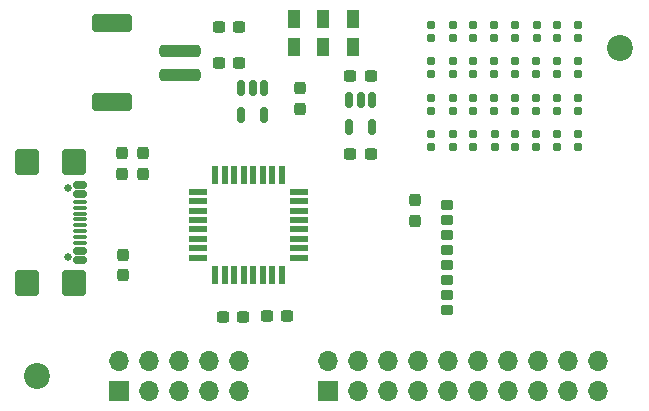
<source format=gbr>
%TF.GenerationSoftware,KiCad,Pcbnew,7.0.9*%
%TF.CreationDate,2024-02-03T21:53:43-08:00*%
%TF.ProjectId,Phorae_v1.0,50686f72-6165-45f7-9631-2e302e6b6963,rev?*%
%TF.SameCoordinates,Original*%
%TF.FileFunction,Soldermask,Top*%
%TF.FilePolarity,Negative*%
%FSLAX46Y46*%
G04 Gerber Fmt 4.6, Leading zero omitted, Abs format (unit mm)*
G04 Created by KiCad (PCBNEW 7.0.9) date 2024-02-03 21:53:43*
%MOMM*%
%LPD*%
G01*
G04 APERTURE LIST*
G04 Aperture macros list*
%AMRoundRect*
0 Rectangle with rounded corners*
0 $1 Rounding radius*
0 $2 $3 $4 $5 $6 $7 $8 $9 X,Y pos of 4 corners*
0 Add a 4 corners polygon primitive as box body*
4,1,4,$2,$3,$4,$5,$6,$7,$8,$9,$2,$3,0*
0 Add four circle primitives for the rounded corners*
1,1,$1+$1,$2,$3*
1,1,$1+$1,$4,$5*
1,1,$1+$1,$6,$7*
1,1,$1+$1,$8,$9*
0 Add four rect primitives between the rounded corners*
20,1,$1+$1,$2,$3,$4,$5,0*
20,1,$1+$1,$4,$5,$6,$7,0*
20,1,$1+$1,$6,$7,$8,$9,0*
20,1,$1+$1,$8,$9,$2,$3,0*%
G04 Aperture macros list end*
%ADD10RoundRect,0.150000X-0.150000X0.512500X-0.150000X-0.512500X0.150000X-0.512500X0.150000X0.512500X0*%
%ADD11RoundRect,0.237500X0.300000X0.237500X-0.300000X0.237500X-0.300000X-0.237500X0.300000X-0.237500X0*%
%ADD12RoundRect,0.175000X-0.175000X-0.175000X0.175000X-0.175000X0.175000X0.175000X-0.175000X0.175000X0*%
%ADD13RoundRect,0.237500X0.237500X-0.300000X0.237500X0.300000X-0.237500X0.300000X-0.237500X-0.300000X0*%
%ADD14R,1.700000X1.700000*%
%ADD15O,1.700000X1.700000*%
%ADD16RoundRect,0.237500X-0.237500X0.300000X-0.237500X-0.300000X0.237500X-0.300000X0.237500X0.300000X0*%
%ADD17R,1.000000X1.600000*%
%ADD18R,1.600000X0.550000*%
%ADD19R,0.550000X1.600000*%
%ADD20RoundRect,0.200000X-0.350000X-0.200000X0.350000X-0.200000X0.350000X0.200000X-0.350000X0.200000X0*%
%ADD21C,0.650000*%
%ADD22RoundRect,0.150000X-0.425000X0.150000X-0.425000X-0.150000X0.425000X-0.150000X0.425000X0.150000X0*%
%ADD23RoundRect,0.075000X-0.500000X0.075000X-0.500000X-0.075000X0.500000X-0.075000X0.500000X0.075000X0*%
%ADD24RoundRect,0.250000X-0.750000X0.840000X-0.750000X-0.840000X0.750000X-0.840000X0.750000X0.840000X0*%
%ADD25RoundRect,0.237500X-0.300000X-0.237500X0.300000X-0.237500X0.300000X0.237500X-0.300000X0.237500X0*%
%ADD26C,2.200000*%
%ADD27RoundRect,0.250000X-1.500000X0.250000X-1.500000X-0.250000X1.500000X-0.250000X1.500000X0.250000X0*%
%ADD28RoundRect,0.250001X-1.449999X0.499999X-1.449999X-0.499999X1.449999X-0.499999X1.449999X0.499999X0*%
G04 APERTURE END LIST*
D10*
%TO.C,U4*%
X72350000Y-75662500D03*
X71400000Y-75662500D03*
X70450000Y-75662500D03*
X70450000Y-77937500D03*
X72350000Y-77937500D03*
%TD*%
D11*
%TO.C,F1*%
X61112500Y-69500000D03*
X59387500Y-69500000D03*
%TD*%
D12*
%TO.C,D15*%
X87985000Y-79650000D03*
X89815000Y-79650000D03*
X89815000Y-78550000D03*
X87985000Y-78550000D03*
%TD*%
D13*
%TO.C,R1*%
X53000000Y-81862500D03*
X53000000Y-80137500D03*
%TD*%
D14*
%TO.C,J4*%
X68670000Y-100290000D03*
D15*
X68670000Y-97750000D03*
X71210000Y-100290000D03*
X71210000Y-97750000D03*
X73750000Y-100290000D03*
X73750000Y-97750000D03*
X76290000Y-100290000D03*
X76290000Y-97750000D03*
X78830000Y-100290000D03*
X78830000Y-97750000D03*
X81370000Y-100290000D03*
X81370000Y-97750000D03*
X83910000Y-100290000D03*
X83910000Y-97750000D03*
X86450000Y-100290000D03*
X86450000Y-97750000D03*
X88990000Y-100290000D03*
X88990000Y-97750000D03*
X91530000Y-100290000D03*
X91530000Y-97750000D03*
%TD*%
D13*
%TO.C,C2*%
X51200000Y-81862500D03*
X51200000Y-80137500D03*
%TD*%
D12*
%TO.C,D2*%
X77395000Y-73450000D03*
X79225000Y-73450000D03*
X79225000Y-72350000D03*
X77395000Y-72350000D03*
%TD*%
D16*
%TO.C,R2*%
X51300000Y-88737500D03*
X51300000Y-90462500D03*
%TD*%
D11*
%TO.C,C1*%
X61112500Y-72500000D03*
X59387500Y-72500000D03*
%TD*%
D16*
%TO.C,C4*%
X76000000Y-84137500D03*
X76000000Y-85862500D03*
%TD*%
D12*
%TO.C,D13*%
X87985000Y-73450000D03*
X89815000Y-73450000D03*
X89815000Y-72350000D03*
X87985000Y-72350000D03*
%TD*%
%TO.C,D6*%
X80895000Y-76550000D03*
X82725000Y-76550000D03*
X82725000Y-75450000D03*
X80895000Y-75450000D03*
%TD*%
%TO.C,D8*%
X84495000Y-70350000D03*
X86325000Y-70350000D03*
X86325000Y-69250000D03*
X84495000Y-69250000D03*
%TD*%
D17*
%TO.C,SW1*%
X65750000Y-68750000D03*
X68250000Y-68750000D03*
X70750000Y-68750000D03*
X65750000Y-71150000D03*
X68250000Y-71150000D03*
X70750000Y-71150000D03*
%TD*%
D12*
%TO.C,D11*%
X84455000Y-79650000D03*
X86285000Y-79650000D03*
X86285000Y-78550000D03*
X84455000Y-78550000D03*
%TD*%
D18*
%TO.C,U1*%
X66150000Y-89000000D03*
X66150000Y-88200000D03*
X66150000Y-87400000D03*
X66150000Y-86600000D03*
X66150000Y-85800000D03*
X66150000Y-85000000D03*
X66150000Y-84200000D03*
X66150000Y-83400000D03*
D19*
X64700000Y-81950000D03*
X63900000Y-81950000D03*
X63100000Y-81950000D03*
X62300000Y-81950000D03*
X61500000Y-81950000D03*
X60700000Y-81950000D03*
X59900000Y-81950000D03*
X59100000Y-81950000D03*
D18*
X57650000Y-83400000D03*
X57650000Y-84200000D03*
X57650000Y-85000000D03*
X57650000Y-85800000D03*
X57650000Y-86600000D03*
X57650000Y-87400000D03*
X57650000Y-88200000D03*
X57650000Y-89000000D03*
D19*
X59100000Y-90450000D03*
X59900000Y-90450000D03*
X60700000Y-90450000D03*
X61500000Y-90450000D03*
X62300000Y-90450000D03*
X63100000Y-90450000D03*
X63900000Y-90450000D03*
X64700000Y-90450000D03*
%TD*%
D12*
%TO.C,D16*%
X77395000Y-79650000D03*
X79225000Y-79650000D03*
X79225000Y-78550000D03*
X77395000Y-78550000D03*
%TD*%
D10*
%TO.C,U3*%
X63200000Y-74612500D03*
X62250000Y-74612500D03*
X61300000Y-74612500D03*
X61300000Y-76887500D03*
X63200000Y-76887500D03*
%TD*%
D20*
%TO.C,U2*%
X78700000Y-85825000D03*
X78700000Y-84555000D03*
X78700000Y-87095000D03*
X78700000Y-88365000D03*
X78700000Y-89635000D03*
X78700000Y-90905000D03*
X78700000Y-92175000D03*
X78700000Y-93445000D03*
%TD*%
D13*
%TO.C,R3*%
X66250000Y-76362500D03*
X66250000Y-74637500D03*
%TD*%
D12*
%TO.C,D4*%
X80895000Y-70350000D03*
X82725000Y-70350000D03*
X82725000Y-69250000D03*
X80895000Y-69250000D03*
%TD*%
D21*
%TO.C,J1*%
X46605000Y-83110000D03*
X46605000Y-88890000D03*
D22*
X47680000Y-82800000D03*
X47680000Y-83600000D03*
D23*
X47680000Y-84750000D03*
X47680000Y-85750000D03*
X47680000Y-86250000D03*
X47680000Y-87250000D03*
D22*
X47680000Y-88400000D03*
X47680000Y-89200000D03*
X47680000Y-89200000D03*
X47680000Y-88400000D03*
D23*
X47680000Y-87750000D03*
X47680000Y-86750000D03*
X47680000Y-85250000D03*
X47680000Y-84250000D03*
D22*
X47680000Y-83600000D03*
X47680000Y-82800000D03*
D24*
X47105000Y-80890000D03*
X43175000Y-80890000D03*
X47105000Y-91110000D03*
X43175000Y-91110000D03*
%TD*%
D12*
%TO.C,D3*%
X77395000Y-76550000D03*
X79225000Y-76550000D03*
X79225000Y-75450000D03*
X77395000Y-75450000D03*
%TD*%
D25*
%TO.C,C8*%
X70537500Y-73600000D03*
X72262500Y-73600000D03*
%TD*%
D11*
%TO.C,C3*%
X72262500Y-80200000D03*
X70537500Y-80200000D03*
%TD*%
D12*
%TO.C,D1*%
X77395000Y-70350000D03*
X79225000Y-70350000D03*
X79225000Y-69250000D03*
X77395000Y-69250000D03*
%TD*%
D25*
%TO.C,C5*%
X59737500Y-94000000D03*
X61462500Y-94000000D03*
%TD*%
D26*
%TO.C,H2*%
X93400000Y-71200000D03*
%TD*%
D12*
%TO.C,D10*%
X84455000Y-76550000D03*
X86285000Y-76550000D03*
X86285000Y-75450000D03*
X84455000Y-75450000D03*
%TD*%
D14*
%TO.C,J3*%
X50920000Y-100290000D03*
D15*
X50920000Y-97750000D03*
X53460000Y-100290000D03*
X53460000Y-97750000D03*
X56000000Y-100290000D03*
X56000000Y-97750000D03*
X58540000Y-100290000D03*
X58540000Y-97750000D03*
X61080000Y-100290000D03*
X61080000Y-97750000D03*
%TD*%
D12*
%TO.C,D12*%
X87995000Y-70350000D03*
X89825000Y-70350000D03*
X89825000Y-69250000D03*
X87995000Y-69250000D03*
%TD*%
D25*
%TO.C,C6*%
X63437500Y-93950000D03*
X65162500Y-93950000D03*
%TD*%
D12*
%TO.C,D9*%
X84455000Y-73450000D03*
X86285000Y-73450000D03*
X86285000Y-72350000D03*
X84455000Y-72350000D03*
%TD*%
%TO.C,D7*%
X80910000Y-79600000D03*
X82740000Y-79600000D03*
X82740000Y-78500000D03*
X80910000Y-78500000D03*
%TD*%
%TO.C,D14*%
X87985000Y-76550000D03*
X89815000Y-76550000D03*
X89815000Y-75450000D03*
X87985000Y-75450000D03*
%TD*%
%TO.C,D5*%
X80895000Y-73450000D03*
X82725000Y-73450000D03*
X82725000Y-72350000D03*
X80895000Y-72350000D03*
%TD*%
D26*
%TO.C,H1*%
X44000000Y-99000000D03*
%TD*%
D27*
%TO.C,J2*%
X56100000Y-71500000D03*
X56100000Y-73500000D03*
D28*
X50350000Y-69150000D03*
X50350000Y-75850000D03*
%TD*%
M02*

</source>
